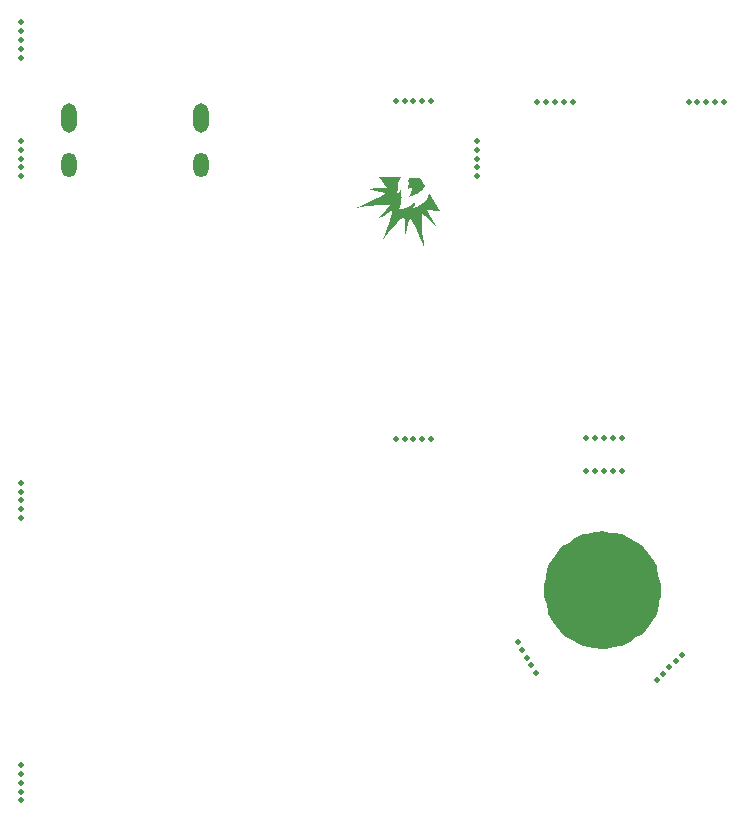
<source format=gbr>
%TF.GenerationSoftware,KiCad,Pcbnew,7.0.10*%
%TF.CreationDate,2024-04-07T01:49:58-04:00*%
%TF.ProjectId,pixie-rev-4,70697869-652d-4726-9576-2d342e6b6963,rev?*%
%TF.SameCoordinates,Original*%
%TF.FileFunction,Soldermask,Bot*%
%TF.FilePolarity,Negative*%
%FSLAX46Y46*%
G04 Gerber Fmt 4.6, Leading zero omitted, Abs format (unit mm)*
G04 Created by KiCad (PCBNEW 7.0.10) date 2024-04-07 01:49:58*
%MOMM*%
%LPD*%
G01*
G04 APERTURE LIST*
%ADD10C,5.000000*%
%ADD11C,0.500000*%
%ADD12O,1.300000X2.100000*%
%ADD13O,1.300000X2.500000*%
G04 APERTURE END LIST*
%TO.C,REF\u002A\u002A*%
D10*
X152458581Y-112090916D02*
G75*
G03*
X147458581Y-112090916I-2500000J0D01*
G01*
X147458581Y-112090916D02*
G75*
G03*
X152458581Y-112090916I2500000J0D01*
G01*
%TO.C,branding-logo-1*%
G36*
X134492313Y-77179188D02*
G01*
X134920938Y-77893564D01*
X134858955Y-77970954D01*
X134792310Y-78047972D01*
X134721362Y-78124061D01*
X134646474Y-78198661D01*
X134568003Y-78271214D01*
X134486313Y-78341163D01*
X134401762Y-78407950D01*
X134314711Y-78471016D01*
X134225520Y-78529803D01*
X134134551Y-78583753D01*
X134042163Y-78632308D01*
X133948718Y-78674910D01*
X133854574Y-78711001D01*
X133807353Y-78726430D01*
X133760093Y-78740023D01*
X133712839Y-78751708D01*
X133665636Y-78761417D01*
X133618529Y-78769079D01*
X133571562Y-78774625D01*
X133597700Y-78742714D01*
X133625140Y-78703885D01*
X133653325Y-78658661D01*
X133681695Y-78607566D01*
X133709693Y-78551121D01*
X133736761Y-78489852D01*
X133762341Y-78424280D01*
X133785875Y-78354930D01*
X133806804Y-78282324D01*
X133824570Y-78206985D01*
X133838616Y-78129438D01*
X133848383Y-78050204D01*
X133851487Y-78010119D01*
X133853313Y-77969808D01*
X133853789Y-77929337D01*
X133852847Y-77888772D01*
X133850417Y-77848178D01*
X133846429Y-77807620D01*
X133840813Y-77767164D01*
X133833500Y-77726875D01*
X133823396Y-77756737D01*
X133812484Y-77785319D01*
X133800835Y-77812643D01*
X133788526Y-77838729D01*
X133775629Y-77863600D01*
X133762219Y-77887278D01*
X133748371Y-77909785D01*
X133734157Y-77931142D01*
X133704932Y-77970494D01*
X133675137Y-78005510D01*
X133645366Y-78036362D01*
X133616211Y-78063227D01*
X133588265Y-78086278D01*
X133562121Y-78105690D01*
X133538373Y-78121636D01*
X133517612Y-78134292D01*
X133487428Y-78150431D01*
X133476313Y-78155500D01*
X133480700Y-78142494D01*
X133492063Y-78105023D01*
X133499518Y-78077841D01*
X133507706Y-78045414D01*
X133516289Y-78008035D01*
X133524930Y-77965993D01*
X133533292Y-77919579D01*
X133541037Y-77869084D01*
X133547829Y-77814799D01*
X133553331Y-77757013D01*
X133557205Y-77696019D01*
X133559114Y-77632106D01*
X133559226Y-77599146D01*
X133558720Y-77565566D01*
X133557555Y-77531401D01*
X133555688Y-77496688D01*
X133553114Y-77455357D01*
X133551471Y-77414585D01*
X133550944Y-77374184D01*
X133551719Y-77333969D01*
X133553982Y-77293755D01*
X133555730Y-77273589D01*
X133557920Y-77253354D01*
X133560575Y-77233026D01*
X133563718Y-77212582D01*
X133567373Y-77191998D01*
X133571563Y-77171251D01*
X134492313Y-77179188D01*
G37*
G36*
X134473250Y-77182969D02*
G01*
X134901875Y-77897345D01*
X134839892Y-77974735D01*
X134773247Y-78051753D01*
X134702299Y-78127842D01*
X134627411Y-78202442D01*
X134548940Y-78274995D01*
X134467250Y-78344944D01*
X134382699Y-78411731D01*
X134295648Y-78474797D01*
X134206457Y-78533584D01*
X134115488Y-78587534D01*
X134023100Y-78636089D01*
X133929655Y-78678691D01*
X133835511Y-78714782D01*
X133788290Y-78730211D01*
X133741030Y-78743804D01*
X133693776Y-78755489D01*
X133646573Y-78765198D01*
X133599466Y-78772860D01*
X133552499Y-78778406D01*
X133578637Y-78746495D01*
X133606077Y-78707666D01*
X133634262Y-78662442D01*
X133662632Y-78611347D01*
X133690630Y-78554902D01*
X133717698Y-78493633D01*
X133743278Y-78428061D01*
X133766812Y-78358711D01*
X133787741Y-78286105D01*
X133805507Y-78210766D01*
X133819553Y-78133219D01*
X133829320Y-78053985D01*
X133832424Y-78013900D01*
X133834250Y-77973589D01*
X133834726Y-77933118D01*
X133833784Y-77892553D01*
X133831354Y-77851959D01*
X133827366Y-77811401D01*
X133821750Y-77770945D01*
X133814437Y-77730656D01*
X133804333Y-77760518D01*
X133793421Y-77789100D01*
X133781772Y-77816424D01*
X133769463Y-77842510D01*
X133756566Y-77867381D01*
X133743156Y-77891059D01*
X133729308Y-77913566D01*
X133715094Y-77934923D01*
X133685869Y-77974275D01*
X133656074Y-78009291D01*
X133626303Y-78040143D01*
X133597148Y-78067008D01*
X133569202Y-78090059D01*
X133543058Y-78109471D01*
X133519310Y-78125417D01*
X133498549Y-78138073D01*
X133468365Y-78154212D01*
X133457250Y-78159281D01*
X133461637Y-78146275D01*
X133473000Y-78108804D01*
X133480455Y-78081622D01*
X133488643Y-78049195D01*
X133497226Y-78011816D01*
X133505867Y-77969774D01*
X133514229Y-77923360D01*
X133521974Y-77872865D01*
X133528766Y-77818580D01*
X133534268Y-77760794D01*
X133538142Y-77699800D01*
X133540051Y-77635887D01*
X133540163Y-77602927D01*
X133539657Y-77569347D01*
X133538492Y-77535182D01*
X133536625Y-77500469D01*
X133534051Y-77459138D01*
X133532408Y-77418366D01*
X133531881Y-77377965D01*
X133532656Y-77337750D01*
X133534919Y-77297536D01*
X133536667Y-77277370D01*
X133538857Y-77257135D01*
X133541512Y-77236807D01*
X133544655Y-77216363D01*
X133548310Y-77195779D01*
X133552500Y-77175032D01*
X134473250Y-77182969D01*
G37*
G36*
X132865125Y-77155376D02*
G01*
X132853399Y-77173336D01*
X132842010Y-77191529D01*
X132820105Y-77228798D01*
X132799129Y-77267555D01*
X132778805Y-77308173D01*
X132758853Y-77351023D01*
X132738994Y-77396477D01*
X132718948Y-77444908D01*
X132698438Y-77496688D01*
X132678507Y-77565587D01*
X132662890Y-77635253D01*
X132650877Y-77705524D01*
X132641759Y-77776237D01*
X132629372Y-77918337D01*
X132620055Y-78060251D01*
X132608133Y-78200676D01*
X132599423Y-78269924D01*
X132587933Y-78338311D01*
X132572955Y-78405675D01*
X132553780Y-78471853D01*
X132529698Y-78536683D01*
X132500000Y-78600000D01*
X132534454Y-78577752D01*
X132566524Y-78555585D01*
X132596431Y-78533394D01*
X132624396Y-78511076D01*
X132650641Y-78488525D01*
X132675385Y-78465636D01*
X132698851Y-78442307D01*
X132721258Y-78418430D01*
X132742829Y-78393902D01*
X132763783Y-78368619D01*
X132784342Y-78342475D01*
X132804726Y-78315367D01*
X132845856Y-78257835D01*
X132888938Y-78195188D01*
X132915867Y-78402803D01*
X132926523Y-78509681D01*
X132934703Y-78617860D01*
X132939953Y-78726784D01*
X132941819Y-78835893D01*
X132939848Y-78944631D01*
X132933587Y-79052438D01*
X132922582Y-79158757D01*
X132906379Y-79263030D01*
X132884526Y-79364698D01*
X132856568Y-79463204D01*
X132822053Y-79557989D01*
X132780526Y-79648495D01*
X132731535Y-79734164D01*
X132704099Y-79775010D01*
X132674626Y-79814438D01*
X132704702Y-79819477D01*
X132740971Y-79823490D01*
X132790216Y-79826469D01*
X132851553Y-79826889D01*
X132924099Y-79823228D01*
X133006970Y-79813964D01*
X133052001Y-79806753D01*
X133099282Y-79797571D01*
X133148702Y-79786226D01*
X133200152Y-79772528D01*
X133253520Y-79756287D01*
X133308696Y-79737311D01*
X133365569Y-79715412D01*
X133424030Y-79690397D01*
X133483967Y-79662078D01*
X133545270Y-79630263D01*
X133607829Y-79594763D01*
X133671534Y-79555386D01*
X133736273Y-79511943D01*
X133801937Y-79464242D01*
X133868414Y-79412095D01*
X133935595Y-79355309D01*
X134003369Y-79293695D01*
X134071626Y-79227063D01*
X134076259Y-79245800D01*
X134079763Y-79264782D01*
X134082171Y-79283972D01*
X134083516Y-79303337D01*
X134083833Y-79322842D01*
X134083154Y-79342451D01*
X134081513Y-79362130D01*
X134078943Y-79381844D01*
X134071151Y-79421237D01*
X134060045Y-79460351D01*
X134045893Y-79498907D01*
X134028962Y-79536625D01*
X134009519Y-79573228D01*
X133987832Y-79608435D01*
X133964169Y-79641968D01*
X133938797Y-79673547D01*
X133911982Y-79702895D01*
X133883994Y-79729730D01*
X133855098Y-79753775D01*
X133825563Y-79774751D01*
X133883732Y-79764410D01*
X133958284Y-79745233D01*
X134046625Y-79717126D01*
X134146163Y-79679996D01*
X134254306Y-79633751D01*
X134368460Y-79578297D01*
X134486032Y-79513541D01*
X134604429Y-79439391D01*
X134721060Y-79355752D01*
X134777902Y-79310346D01*
X134833330Y-79262533D01*
X134887020Y-79212302D01*
X134938647Y-79159640D01*
X134987888Y-79104537D01*
X135034419Y-79046980D01*
X135077914Y-78986959D01*
X135118051Y-78924461D01*
X135154505Y-78859474D01*
X135186952Y-78791988D01*
X135215068Y-78721991D01*
X135238528Y-78649470D01*
X135257010Y-78574414D01*
X135270187Y-78496813D01*
X136167125Y-80012875D01*
X135103500Y-79909687D01*
X135377344Y-80394867D01*
X135503475Y-80613133D01*
X135639281Y-80843956D01*
X135778063Y-81074221D01*
X135913125Y-81290813D01*
X135556558Y-80943671D01*
X135391157Y-80786146D01*
X135233477Y-80638945D01*
X135082866Y-80501791D01*
X134938673Y-80374403D01*
X134800247Y-80256503D01*
X134666938Y-80147812D01*
X134654171Y-80281422D01*
X134645543Y-80420462D01*
X134640916Y-80565153D01*
X134640148Y-80715716D01*
X134643102Y-80872371D01*
X134649636Y-81035340D01*
X134672891Y-81381102D01*
X134708795Y-81754769D01*
X134756234Y-82158108D01*
X134814091Y-82592888D01*
X134881250Y-83060875D01*
X134713183Y-82641800D01*
X134553208Y-82253234D01*
X134399745Y-81894435D01*
X134251211Y-81564656D01*
X134106026Y-81263155D01*
X133962609Y-80989188D01*
X133819377Y-80742009D01*
X133747337Y-80628233D01*
X133674750Y-80520875D01*
X133622195Y-80677563D01*
X133571314Y-80844204D01*
X133521550Y-81021077D01*
X133472344Y-81208461D01*
X133423137Y-81406635D01*
X133373373Y-81615878D01*
X133269938Y-82068687D01*
X133265349Y-81572345D01*
X133259473Y-81343987D01*
X133251086Y-81128094D01*
X133240094Y-80924106D01*
X133226405Y-80731467D01*
X133209926Y-80549617D01*
X133190563Y-80378000D01*
X133086149Y-80463215D01*
X132981072Y-80555198D01*
X132875041Y-80654018D01*
X132767767Y-80759744D01*
X132658958Y-80872446D01*
X132548323Y-80992195D01*
X132435572Y-81119059D01*
X132320414Y-81253109D01*
X132202559Y-81394414D01*
X132081716Y-81543045D01*
X131829902Y-81862560D01*
X131562647Y-82212213D01*
X131277626Y-82592562D01*
X131617201Y-81790999D01*
X131763456Y-81429331D01*
X131892781Y-81091383D01*
X132004247Y-80775386D01*
X132096924Y-80479575D01*
X132169881Y-80202181D01*
X132198674Y-80069838D01*
X132222188Y-79941437D01*
X132075918Y-80016596D01*
X131922671Y-80099195D01*
X131762169Y-80189236D01*
X131594133Y-80286719D01*
X131418283Y-80391643D01*
X131234341Y-80504008D01*
X131042027Y-80623814D01*
X130841063Y-80751062D01*
X131184855Y-80398960D01*
X131342241Y-80234675D01*
X131489953Y-80077367D01*
X131627991Y-79926384D01*
X131756355Y-79781075D01*
X131875046Y-79640789D01*
X131984062Y-79504875D01*
X131850452Y-79489316D01*
X131711412Y-79478257D01*
X131566721Y-79471546D01*
X131416159Y-79469032D01*
X131259504Y-79470565D01*
X131096535Y-79475993D01*
X130750773Y-79497930D01*
X130377106Y-79533633D01*
X129973767Y-79581894D01*
X129538987Y-79641503D01*
X129071000Y-79711250D01*
X129490075Y-79543183D01*
X129878641Y-79383208D01*
X130237440Y-79229745D01*
X130567219Y-79081211D01*
X130868720Y-78936026D01*
X131142687Y-78792609D01*
X131389866Y-78649377D01*
X131503642Y-78577337D01*
X131611000Y-78504751D01*
X131454312Y-78454475D01*
X131287671Y-78404664D01*
X131110798Y-78355039D01*
X130923414Y-78305321D01*
X130725240Y-78255231D01*
X130515997Y-78204490D01*
X130063188Y-78099938D01*
X130336380Y-78096528D01*
X130622038Y-78087536D01*
X131170469Y-78060251D01*
X131753875Y-78020563D01*
X131055375Y-77131563D01*
X132865125Y-77155376D01*
G37*
G36*
X132846062Y-77159157D02*
G01*
X132834336Y-77177117D01*
X132822947Y-77195310D01*
X132801042Y-77232579D01*
X132780066Y-77271336D01*
X132759742Y-77311954D01*
X132739790Y-77354804D01*
X132719931Y-77400258D01*
X132699885Y-77448689D01*
X132679375Y-77500469D01*
X132659444Y-77569368D01*
X132643827Y-77639034D01*
X132631814Y-77709305D01*
X132622696Y-77780018D01*
X132610309Y-77922118D01*
X132600992Y-78064032D01*
X132589070Y-78204457D01*
X132580360Y-78273705D01*
X132568870Y-78342092D01*
X132553892Y-78409456D01*
X132534717Y-78475634D01*
X132510635Y-78540464D01*
X132480937Y-78603781D01*
X132515391Y-78581533D01*
X132547461Y-78559366D01*
X132577368Y-78537175D01*
X132605333Y-78514857D01*
X132631578Y-78492306D01*
X132656322Y-78469417D01*
X132679788Y-78446088D01*
X132702195Y-78422211D01*
X132723766Y-78397683D01*
X132744720Y-78372400D01*
X132765279Y-78346256D01*
X132785663Y-78319148D01*
X132826793Y-78261616D01*
X132869875Y-78198969D01*
X132896804Y-78406584D01*
X132907460Y-78513462D01*
X132915640Y-78621641D01*
X132920890Y-78730565D01*
X132922756Y-78839674D01*
X132920785Y-78948412D01*
X132914524Y-79056219D01*
X132903519Y-79162538D01*
X132887316Y-79266811D01*
X132865463Y-79368479D01*
X132837505Y-79466985D01*
X132802990Y-79561770D01*
X132761463Y-79652276D01*
X132712472Y-79737945D01*
X132685036Y-79778791D01*
X132655563Y-79818219D01*
X132685639Y-79823258D01*
X132721908Y-79827271D01*
X132771153Y-79830250D01*
X132832490Y-79830670D01*
X132905036Y-79827009D01*
X132987907Y-79817745D01*
X133032938Y-79810534D01*
X133080219Y-79801352D01*
X133129639Y-79790007D01*
X133181089Y-79776309D01*
X133234457Y-79760068D01*
X133289633Y-79741092D01*
X133346506Y-79719193D01*
X133404967Y-79694178D01*
X133464904Y-79665859D01*
X133526207Y-79634044D01*
X133588766Y-79598544D01*
X133652471Y-79559167D01*
X133717210Y-79515724D01*
X133782874Y-79468023D01*
X133849351Y-79415876D01*
X133916532Y-79359090D01*
X133984306Y-79297476D01*
X134052563Y-79230844D01*
X134057196Y-79249581D01*
X134060700Y-79268563D01*
X134063108Y-79287753D01*
X134064453Y-79307118D01*
X134064770Y-79326623D01*
X134064091Y-79346232D01*
X134062450Y-79365911D01*
X134059880Y-79385625D01*
X134052088Y-79425018D01*
X134040982Y-79464132D01*
X134026830Y-79502688D01*
X134009899Y-79540406D01*
X133990456Y-79577009D01*
X133968769Y-79612216D01*
X133945106Y-79645749D01*
X133919734Y-79677328D01*
X133892919Y-79706676D01*
X133864931Y-79733511D01*
X133836035Y-79757556D01*
X133806500Y-79778532D01*
X133864669Y-79768191D01*
X133939221Y-79749014D01*
X134027562Y-79720907D01*
X134127100Y-79683777D01*
X134235243Y-79637532D01*
X134349397Y-79582078D01*
X134466969Y-79517322D01*
X134585366Y-79443172D01*
X134701997Y-79359533D01*
X134758839Y-79314127D01*
X134814267Y-79266314D01*
X134867957Y-79216083D01*
X134919584Y-79163421D01*
X134968825Y-79108318D01*
X135015356Y-79050761D01*
X135058851Y-78990740D01*
X135098988Y-78928242D01*
X135135442Y-78863255D01*
X135167889Y-78795769D01*
X135196005Y-78725772D01*
X135219465Y-78653251D01*
X135237947Y-78578195D01*
X135251124Y-78500594D01*
X136148062Y-80016656D01*
X135084437Y-79913468D01*
X135358281Y-80398648D01*
X135484412Y-80616914D01*
X135620218Y-80847737D01*
X135759000Y-81078002D01*
X135894062Y-81294594D01*
X135537495Y-80947452D01*
X135372094Y-80789927D01*
X135214414Y-80642726D01*
X135063803Y-80505572D01*
X134919610Y-80378184D01*
X134781184Y-80260284D01*
X134647875Y-80151593D01*
X134635108Y-80285203D01*
X134626480Y-80424243D01*
X134621853Y-80568934D01*
X134621085Y-80719497D01*
X134624039Y-80876152D01*
X134630573Y-81039121D01*
X134653828Y-81384883D01*
X134689732Y-81758550D01*
X134737171Y-82161889D01*
X134795028Y-82596669D01*
X134862187Y-83064656D01*
X134694120Y-82645581D01*
X134534145Y-82257015D01*
X134380682Y-81898216D01*
X134232148Y-81568437D01*
X134086963Y-81266936D01*
X133943546Y-80992969D01*
X133800314Y-80745790D01*
X133728274Y-80632014D01*
X133655687Y-80524656D01*
X133603132Y-80681344D01*
X133552251Y-80847985D01*
X133502487Y-81024858D01*
X133453281Y-81212242D01*
X133404074Y-81410416D01*
X133354310Y-81619659D01*
X133250875Y-82072468D01*
X133246286Y-81576126D01*
X133240410Y-81347768D01*
X133232023Y-81131875D01*
X133221031Y-80927887D01*
X133207342Y-80735248D01*
X133190863Y-80553398D01*
X133171500Y-80381781D01*
X133067086Y-80466996D01*
X132962009Y-80558979D01*
X132855978Y-80657799D01*
X132748704Y-80763525D01*
X132639895Y-80876227D01*
X132529260Y-80995976D01*
X132416509Y-81122840D01*
X132301351Y-81256890D01*
X132183496Y-81398195D01*
X132062653Y-81546826D01*
X131810839Y-81866341D01*
X131543584Y-82215994D01*
X131258563Y-82596343D01*
X131598138Y-81794780D01*
X131744393Y-81433112D01*
X131873718Y-81095164D01*
X131985184Y-80779167D01*
X132077861Y-80483356D01*
X132150818Y-80205962D01*
X132179611Y-80073619D01*
X132203125Y-79945218D01*
X132056855Y-80020377D01*
X131903608Y-80102976D01*
X131743106Y-80193017D01*
X131575070Y-80290500D01*
X131399220Y-80395424D01*
X131215278Y-80507789D01*
X131022964Y-80627595D01*
X130822000Y-80754843D01*
X131165792Y-80402741D01*
X131323178Y-80238456D01*
X131470890Y-80081148D01*
X131608928Y-79930165D01*
X131737292Y-79784856D01*
X131855983Y-79644570D01*
X131964999Y-79508656D01*
X131831389Y-79493097D01*
X131692349Y-79482038D01*
X131547658Y-79475327D01*
X131397096Y-79472813D01*
X131240441Y-79474346D01*
X131077472Y-79479774D01*
X130731710Y-79501711D01*
X130358043Y-79537414D01*
X129954704Y-79585675D01*
X129519924Y-79645284D01*
X129051937Y-79715031D01*
X129471012Y-79546964D01*
X129859578Y-79386989D01*
X130218377Y-79233526D01*
X130548156Y-79084992D01*
X130849657Y-78939807D01*
X131123624Y-78796390D01*
X131370803Y-78653158D01*
X131484579Y-78581118D01*
X131591937Y-78508532D01*
X131435249Y-78458256D01*
X131268608Y-78408445D01*
X131091735Y-78358820D01*
X130904351Y-78309102D01*
X130706177Y-78259012D01*
X130496934Y-78208271D01*
X130044125Y-78103719D01*
X130317317Y-78100309D01*
X130602975Y-78091317D01*
X131151406Y-78064032D01*
X131734812Y-78024344D01*
X131036312Y-77135344D01*
X132846062Y-77159157D01*
G37*
%TD*%
D11*
%TO.C,REF\u002A\u002A*%
X100700000Y-67000000D03*
X100700000Y-66250000D03*
X100700000Y-65500000D03*
X100700000Y-64750000D03*
X100700000Y-64000000D03*
%TD*%
D12*
%TO.C,J1*%
X115980000Y-76100000D03*
D13*
X116000000Y-72100000D03*
D12*
X104780000Y-76100000D03*
D13*
X104760000Y-72100000D03*
%TD*%
D11*
%TO.C,REF\u002A\u002A*%
X148600000Y-99250000D03*
X149350000Y-99250000D03*
X150100000Y-99250000D03*
X150850000Y-99250000D03*
X151600000Y-99250000D03*
%TD*%
%TO.C,REF\u002A\u002A*%
X100700000Y-129900000D03*
X100700000Y-129150000D03*
X100700000Y-128400000D03*
X100700000Y-127650000D03*
X100700000Y-126900000D03*
%TD*%
%TO.C,REF\u002A\u002A*%
X100700000Y-106000000D03*
X100700000Y-105250000D03*
X100700000Y-104500000D03*
X100700000Y-103750000D03*
X100700000Y-103000000D03*
%TD*%
%TO.C,REF\u002A\u002A*%
X144450000Y-70750000D03*
X145200000Y-70750000D03*
X145950000Y-70750000D03*
X146700000Y-70750000D03*
X147450000Y-70750000D03*
%TD*%
%TO.C,REF\u002A\u002A*%
X132450000Y-70700000D03*
X133200000Y-70700000D03*
X133950000Y-70700000D03*
X134700000Y-70700000D03*
X135450000Y-70700000D03*
%TD*%
%TO.C,REF\u002A\u002A*%
X132450000Y-99300000D03*
X133200000Y-99300000D03*
X133950000Y-99300000D03*
X134700000Y-99300000D03*
X135450000Y-99300000D03*
%TD*%
%TO.C,REF\u002A\u002A*%
X142797232Y-116506712D03*
X143172232Y-117156232D03*
X143547232Y-117805750D03*
X143922231Y-118455270D03*
X144297231Y-119104790D03*
X148600002Y-102050000D03*
X149350001Y-102050000D03*
X150100001Y-102050000D03*
X150850001Y-102050000D03*
X151600000Y-102050000D03*
X154554775Y-119692314D03*
X155085105Y-119161984D03*
X155615434Y-118631655D03*
X156145764Y-118101324D03*
X156676093Y-117570994D03*
%TD*%
%TO.C,REF\u002A\u002A*%
X139300000Y-77050000D03*
X139300000Y-76300000D03*
X139300000Y-75550000D03*
X139300000Y-74800000D03*
X139300000Y-74050000D03*
%TD*%
%TO.C,REF\u002A\u002A*%
X100700000Y-77050000D03*
X100700000Y-76300000D03*
X100700000Y-75550000D03*
X100700000Y-74800000D03*
X100700000Y-74050000D03*
%TD*%
%TO.C,REF\u002A\u002A*%
X157250000Y-70750000D03*
X158000000Y-70750000D03*
X158750000Y-70750000D03*
X159500000Y-70750000D03*
X160250000Y-70750000D03*
%TD*%
M02*

</source>
